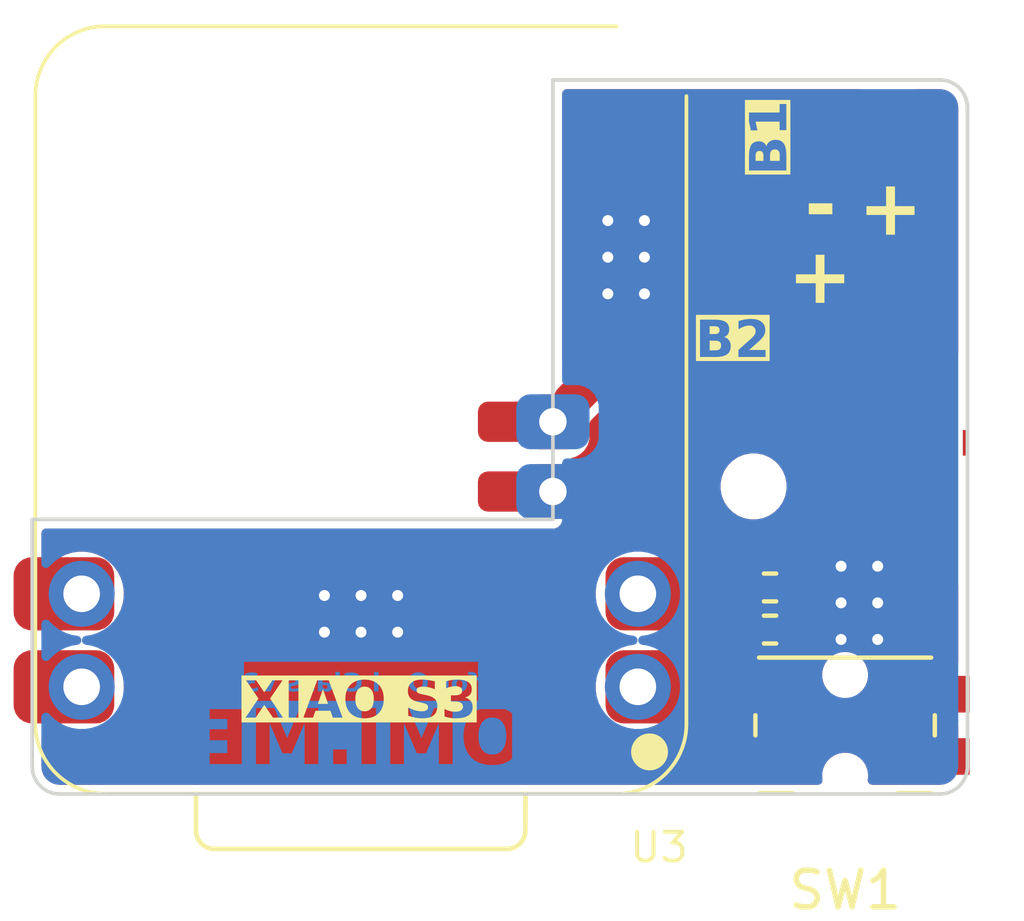
<source format=kicad_pcb>
(kicad_pcb (version 20241229) (generator "pcbnew") (generator_version "9.0")
  (layers (0 "F.Cu" signal) (2 "B.Cu" signal) (13 "F.Paste" user) (15 "B.Paste" user) (5 "F.SilkS" user "F.Silkscreen") (7 "B.SilkS" user "B.Silkscreen") (1 "F.Mask" user) (3 "B.Mask" user) (25 "Edge.Cuts" user))
  (net 0 "")
  (net 1 "GND")
  (net 2 "LOAD")
  (net 3 "VCC")
  (net 4 "MON")
  (net 5 "POWER")
  (footprint "Mounting_Wuerth:Mounting_Wuerth_WA-SMSI-M1.6_H1.5mm_9774015633" (layer "F.Cu") (at 10.73 2.1)
    (property "Reference" "REF**" (hide yes))
    (property "Value" "Mounting_Wuerth_WA-SMSI-M1.6_H1.5mm_9774015633" (hide yes))
    (pad "" np_thru_hole circle (at 0 0) (size 1.3 1.3) (drill 1.3) (layers "*.Cu" "*.Mask"))
  )
  (footprint "Button_Switch_SMD:Panasonic_EVQPUL_EVQPUC" (layer "F.Cu") (at 13.23 8.625 180)
    (property "Reference" "SW1" (at 0 -4.5 0) (layer "F.SilkS"))
    (property "Value" "SW_Push")
    (fp_line (start 2.45 0.275) (end 2.45 -0.275) (stroke (width 0.12)) (layer "F.SilkS"))
    (fp_line (start 2.35 1.85) (end -2.35 1.85) (stroke (width 0.12)) (layer "F.SilkS"))
    (fp_line (start 2.35 -1.85) (end 1.425 -1.85) (stroke (width 0.12)) (layer "F.SilkS"))
    (fp_line (start -1.425 -1.85) (end -2.35 -1.85) (stroke (width 0.12)) (layer "F.SilkS"))
    (fp_line (start -2.45 0.275) (end -2.45 -0.275) (stroke (width 0.12)) (layer "F.SilkS"))
    (pad "" np_thru_hole circle (at 0 -1.375) (size 0.75 0.75) (drill 0.75) (layers "*.Cu" "*.Mask"))
    (pad "" np_thru_hole circle (at 0 1.375) (size 0.75 0.75) (drill 0.75) (layers "*.Cu" "*.Mask"))
    (pad "1" smd rect (at -2.625 -0.85) (size 1.55 1) (layers "F.Cu" "F.Mask" "F.Paste") (net 1 "GND"))
    (pad "1" smd rect (at 2.625 -0.85) (size 1.55 1) (layers "F.Cu" "F.Mask" "F.Paste") (net 1 "GND"))
    (pad "2" smd rect (at -2.625 0.85) (size 1.55 1) (layers "F.Cu" "F.Mask" "F.Paste") (net 5 "POWER"))
    (pad "2" smd rect (at 2.625 0.85) (size 1.55 1) (layers "F.Cu" "F.Mask" "F.Paste") (net 5 "POWER"))
  )
  (footprint "Connector_JST:JST_PH_S2B-PH-SM4-TB_1x02-1MP_P2.00mm_Horizontal" (layer "F.Cu") (at 10.45 -4.5 -90)
    (property "Reference" "J2" (hide yes))
    (property "Value" "Conn_01x02")
    (pad "1" smd roundrect (at -0.9525 0 270) (size 1.1 2.5) (layers "F.Cu" "F.Mask") (net 1 "GND") (thermal_bridge_width 5))
    (pad "2" smd roundrect (at 0.9525 0 270) (size 1.1 2.5) (layers "F.Cu" "F.Mask") (net 2 "LOAD"))
  )
  (footprint "Connector_JST:JST_PH_S2B-PH-SM4-TB_1x02-1MP_P2.00mm_Horizontal" (layer "F.Cu") (at 13.45 -7.27)
    (property "Reference" "J1" (hide yes))
    (property "Value" "Conn_01x02")
    (pad "1" smd roundrect (at -0.9525 0) (size 1.1 2.5) (layers "F.Cu" "F.Mask") (net 1 "GND") (thermal_bridge_width 5))
    (pad "2" smd roundrect (at 0.9525 0) (size 1.1 2.5) (layers "F.Cu" "F.Mask") (net 2 "LOAD"))
  )
  (footprint "Resistor_SMD:R_0402_1005Metric_Pad0.72x0.64mm_HandSolder" (layer "F.Cu") (at 11.18 4.86 180)
    (property "Reference" "R1" (hide yes))
    (property "Value" "R_Small_US")
    (fp_line (start -0.167621 0.38) (end 0.167621 0.38) (stroke (width 0.12)) (layer "F.SilkS"))
    (fp_line (start -0.167621 -0.38) (end 0.167621 -0.38) (stroke (width 0.12)) (layer "F.SilkS"))
    (pad "1" smd roundrect (at -0.5975 0 180) (size 0.715 0.64) (layers "F.Cu" "F.Mask" "F.Paste") (net 2 "LOAD"))
    (pad "2" smd roundrect (at 0.5975 0 180) (size 0.715 0.64) (layers "F.Cu" "F.Mask" "F.Paste") (net 4 "MON"))
  )
  (footprint "LyndLabs:XIAO-ESP32S3-SMD" (layer "F.Cu") (at 0 0 180)
    (property "Reference" "U3" (at -9 -11.5 0) (layer "F.SilkS") (effects (font (size 0.78232 0.78232) (thickness 0.10668)) (justify right top)))
    (property "Value" "~")
    (fp_line (start 8.883636 8.56) (end 8.883636 -8.585) (stroke (width 0.1)) (layer "F.SilkS"))
    (fp_line (start 6.978636 -10.49) (end -6.991364 -10.49) (stroke (width 0.1)) (layer "F.SilkS"))
    (fp_line (start 4.497636 -11.5) (end 4.497636 -10.49) (stroke (width 0.127)) (layer "F.SilkS"))
    (fp_line (start -3.997636 -12) (end 3.997636 -12) (stroke (width 0.127)) (layer "F.SilkS"))
    (fp_line (start -4.501364 -10.49) (end -4.497636 -11.500272) (stroke (width 0.127)) (layer "F.SilkS"))
    (fp_line (start -6.991364 10.465) (end 6.978636 10.465) (stroke (width 0.1)) (layer "F.SilkS"))
    (fp_line (start -8.896364 8.56) (end -8.896364 -8.585) (stroke (width 0.1)) (layer "F.SilkS"))
    (fp_arc (start 8.883636 8.56) (mid 8.325674 9.907038) (end 6.978636 10.465) (stroke (width 0.1)) (layer "F.SilkS"))
    (fp_arc (start 6.978636 -10.49) (mid 8.325674 -9.932038) (end 8.883636 -8.585) (stroke (width 0.1)) (layer "F.SilkS"))
    (fp_arc (start 3.997636 -12) (mid 4.351189 -11.853553) (end 4.497636 -11.5) (stroke (width 0.127)) (layer "F.SilkS"))
    (fp_arc (start -4.497636 -11.500272) (mid -4.351088 -11.853644) (end -3.997636 -12) (stroke (width 0.127)) (layer "F.SilkS"))
    (fp_arc (start -8.896364 -8.589) (mid -8.338402 -9.936038) (end -6.991364 -10.494) (stroke (width 0.1)) (layer "F.SilkS"))
    (fp_circle (center -7.889364 -9.351) (end -7.889364 -9.605) (stroke (width 0.5)) (fill yes) (layer "F.SilkS"))
    (pad "1" smd roundrect (at -8.061364 -7.573 180) (size 2.75 2) (layers "F.Cu" "F.Mask" "F.Paste") (net 5 "POWER"))
    (pad "1" thru_hole circle (at -7.57 -7.573 180) (size 1.8 1.8) (drill 1) (layers "*.Cu" "*.Mask") (net 5 "POWER"))
    (pad "2" smd roundrect (at -8.061364 -5.033 180) (size 2.75 2) (layers "F.Cu" "F.Mask" "F.Paste") (net 4 "MON"))
    (pad "2" thru_hole circle (at -7.57 -5.033 180) (size 1.8 1.8) (drill 1) (layers "*.Cu" "*.Mask") (net 4 "MON"))
    (pad "3" thru_hole circle (at 7.62 -5.033 180) (size 1.8 1.8) (drill 1) (layers "*.Cu" "*.Mask"))
    (pad "4" thru_hole circle (at 7.62 -7.573 180) (size 1.8 1.8) (drill 1) (layers "*.Cu" "*.Mask"))
    (pad "13" smd roundrect (at 8.103636 -5.033 180) (size 2.75 2) (layers "F.Cu" "F.Mask" "F.Paste") (net 1 "GND") (thermal_bridge_width 5))
    (pad "14" smd roundrect (at 8.103636 -7.573 180) (size 2.75 2) (layers "F.Cu" "F.Mask" "F.Paste") (net 3 "VCC"))
    (pad "15" smd roundrect (at -4.451364 -0.335) (size 2.5 1.1) (layers "F.Cu" "F.Mask" "F.Paste"))
    (pad "16" smd roundrect (at -4.451364 -2.24) (size 2.5 1.1) (layers "F.Cu" "F.Mask" "F.Paste"))
  )
  (footprint "Resistor_SMD:R_0402_1005Metric_Pad0.72x0.64mm_HandSolder" (layer "F.Cu") (at 11.18 6.01)
    (property "Reference" "R2" (hide yes))
    (property "Value" "R_Small_US")
    (fp_line (start -0.167621 -0.38) (end 0.167621 -0.38) (stroke (width 0.12)) (layer "F.SilkS"))
    (fp_line (start -0.167621 0.38) (end 0.167621 0.38) (stroke (width 0.12)) (layer "F.SilkS"))
    (pad "1" smd roundrect (at -0.5975 0) (size 0.715 0.64) (layers "F.Cu" "F.Mask" "F.Paste") (net 4 "MON"))
    (pad "2" smd roundrect (at 0.5975 0) (size 0.715 0.64) (layers "F.Cu" "F.Mask" "F.Paste") (net 1 "GND"))
  )
  (footprint "Connector_JST:JST_PH_S2B-PH-SM4-TB_1x02-1MP_P2.00mm_Horizontal" (layer "B.Cu") (at 5.25 1.2 -90)
    (property "Reference" "J3" (hide yes))
    (property "Value" "Conn_01x02")
    (pad "1" thru_hole roundrect (at -0.865 0 270) (size 1.5 1.5) (drill 0.75) (layers "*.Cu" "*.Mask") (net 2 "LOAD") (thermal_bridge_width 5) (padstack (mode custom) (layer "B.Cu" (shape roundrect) (size 1.5 2) (thermal_bridge_width 10))))
    (pad "2" thru_hole roundrect (at 1.04 0 270) (size 1.5 1.5) (drill 0.75) (layers "*.Cu" "*.Mask") (net 1 "GND") (padstack (mode custom) (layer "B.Cu" (shape roundrect) (size 1.5 2))))
  )
  (gr_line (start 5.25 3) (end -8.97 3) (stroke (width 0.1)) (layer "Edge.Cuts"))
  (gr_arc (start 15.82 -9) (mid 16.35033 -8.78033) (end 16.57 -8.25) (stroke (width 0.1)) (layer "Edge.Cuts"))
  (gr_line (start 15.82 -9) (end 5.25 -9) (stroke (width 0.1)) (layer "Edge.Cuts"))
  (gr_arc (start -8.22 10.5) (mid -8.75033 10.28033) (end -8.97 9.75) (stroke (width 0.1)) (layer "Edge.Cuts"))
  (gr_line (start -8.97 3) (end -8.97 9.75) (stroke (width 0.1)) (layer "Edge.Cuts"))
  (gr_line (start 16.57 9.75) (end 16.57 -8.25) (stroke (width 0.1)) (layer "Edge.Cuts"))
  (gr_arc (start 16.57 9.75) (mid 16.35033 10.28033) (end 15.82 10.5) (stroke (width 0.1)) (layer "Edge.Cuts"))
  (gr_line (start -8.22 10.5) (end 15.82 10.5) (stroke (width 0.1)) (layer "Edge.Cuts"))
  (gr_line (start 5.25 -9) (end 5.25 3) (stroke (width 0.1)) (layer "Edge.Cuts"))
  (gr_text "R0.2_V3" (at 15.83 1.66 90) (layer "F.Cu") (effects (font (size 1 1) (thickness 0.1) (bold yes))))
  (gr_text "for Omi Glass v3" (at 0 7.49 0) (layer "B.Cu") (effects (font (size 0.5 0.5) (thickness 0.1) (bold yes)) (justify mirror)))
  (gr_text "OMI.ME" (at 0 9.06 0) (layer "B.Cu" knockout) (effects (font (size 1.5 1.5) (thickness 0.1) (bold yes)) (justify mirror)))
  (gr_text "B1" (at 11.21 -8.44 90) (layer "F.SilkS" knockout) (effects (font (size 1 1) (thickness 0.1) (bold yes)) (justify right)))
  (gr_text "-" (at 12.56 -5.46 180) (layer "F.SilkS") (effects (font (size 1.5 1.5) (thickness 0.3) (bold yes))))
  (gr_text "B2" (at 11.18 -1.85 0) (layer "F.SilkS" knockout) (effects (font (size 1 1) (thickness 0.1) (bold yes)) (justify right)))
  (gr_text "+" (at 14.47 -5.47 180) (layer "F.SilkS") (effects (font (size 1.5 1.5) (thickness 0.3) (bold yes))))
  (gr_text "XIAO S3" (at 0 8 0) (layer "F.SilkS" knockout) (effects (font (size 1 1) (thickness 0.1) (bold yes))))
  (gr_text "+" (at 12.51 -3.57 270) (layer "F.SilkS") (effects (font (size 1.5 1.5) (thickness 0.3) (bold yes))))
  (via (at 14.12 6.28) (size 0.6) (drill 0.3) (layers "F.Cu" "B.Cu") (net 1))
  (via (at -0.99 5.08) (size 0.6) (drill 0.3) (layers "F.Cu" "B.Cu") (net 1))
  (via (at 1.01 6.08) (size 0.6) (drill 0.3) (layers "F.Cu" "B.Cu") (net 1))
  (via (at 6.75 -3.16) (size 0.6) (drill 0.3) (layers "F.Cu" "B.Cu") (net 1))
  (via (at 13.12 6.28) (size 0.6) (drill 0.3) (layers "F.Cu" "B.Cu") (net 1))
  (via (at 0.01 6.08) (size 0.6) (drill 0.3) (layers "F.Cu" "B.Cu") (net 1))
  (via (at 13.12 5.28) (size 0.6) (drill 0.3) (layers "F.Cu" "B.Cu") (net 1))
  (via (at 6.75 -4.16) (size 0.6) (drill 0.3) (layers "F.Cu" "B.Cu") (net 1))
  (via (at 14.12 5.28) (size 0.6) (drill 0.3) (layers "F.Cu" "B.Cu") (net 1))
  (via (at 1.01 5.08) (size 0.6) (drill 0.3) (layers "F.Cu" "B.Cu") (net 1))
  (via (at 13.12 4.28) (size 0.6) (drill 0.3) (layers "F.Cu" "B.Cu") (net 1))
  (via (at 14.12 4.28) (size 0.6) (drill 0.3) (layers "F.Cu" "B.Cu") (net 1))
  (via (at -0.99 6.08) (size 0.6) (drill 0.3) (layers "F.Cu" "B.Cu") (net 1))
  (via (at 6.75 -5.16) (size 0.6) (drill 0.3) (layers "F.Cu" "B.Cu") (net 1))
  (via (at 0.01 5.08) (size 0.6) (drill 0.3) (layers "F.Cu" "B.Cu") (net 1))
  (via (at 7.75 -4.16) (size 0.6) (drill 0.3) (layers "F.Cu" "B.Cu") (net 1))
  (via (at 7.75 -3.16) (size 0.6) (drill 0.3) (layers "F.Cu" "B.Cu") (net 1))
  (via (at 7.75 -5.16) (size 0.6) (drill 0.3) (layers "F.Cu" "B.Cu") (net 1))
  (segment (start 11.06 -1.34) (end 6.86 -1.34) (width 1) (layer "F.Cu") (net 2))
  (segment (start 13.33 2.73) (end 13.33 -1.34) (width 0.35) (layer "F.Cu") (net 2))
  (segment (start 11.06 -1.34) (end 13.33 -1.34) (width 1) (layer "F.Cu") (net 2))
  (segment (start 14.4025 -2.4125) (end 14.4025 -7.27) (width 1) (layer "F.Cu") (net 2))
  (segment (start 11.9175 5.58) (end 11.9175 4.1425) (width 0.35) (layer "F.Cu") (net 2))
  (segment (start 6.86 -1.34) (end 5.76 -0.24) (width 1) (layer "F.Cu") (net 2))
  (segment (start 11.9175 4.1425) (end 13.33 2.73) (width 0.35) (layer "F.Cu") (net 2))
  (segment (start 11.06 -1.34) (end 11.06 -2.9375) (width 1) (layer "F.Cu") (net 2))
  (segment (start 11.06 -2.9375) (end 10.45 -3.5475) (width 1) (layer "F.Cu") (net 2))
  (segment (start 13.33 -1.34) (end 14.4025 -2.4125) (width 1) (layer "F.Cu") (net 2))
  (segment (start 10.5825 4.86) (end 8.234364 4.86) (width 0.2) (layer "F.Cu") (net 4))
  (segment (start 8.234364 4.86) (end 8.061364 5.033) (width 0.2) (layer "F.Cu") (net 4))
  (segment (start 10.5825 6.01) (end 10.5825 4.86) (width 0.2) (layer "F.Cu") (net 4))
  (segment (start 10.605 7.775) (end 8.263364 7.775) (width 0.2) (layer "F.Cu") (net 5))
  (segment (start 8.263364 7.775) (end 8.061364 7.573) (width 0.2) (layer "F.Cu") (net 5))
  (segment (start 10.605 7.775) (end 11.11 8.28) (width 0.2) (layer "F.Cu") (net 5))
  (segment (start 15.35 8.28) (end 15.855 7.775) (width 0.2) (layer "F.Cu") (net 5))
  (segment (start 11.11 8.28) (end 15.35 8.28) (width 0.2) (layer "F.Cu") (net 5))
  (zone (net 1) (net_name "GND") (layers "F.Cu" "B.Cu") (connect_pads yes (clearance 0.25)) (min_thickness 0.25) (fill yes (thermal_gap 0.25) (thermal_bridge_width 0.25) (island_removal_mode 1) (island_area_min 10))
    (polygon (pts (xy -9.8498 -11.183711) (xy 17.786415 -11.117754) (xy 17.836379 11.026289) (xy -9.7998 11.026289)))
  )
)
</source>
